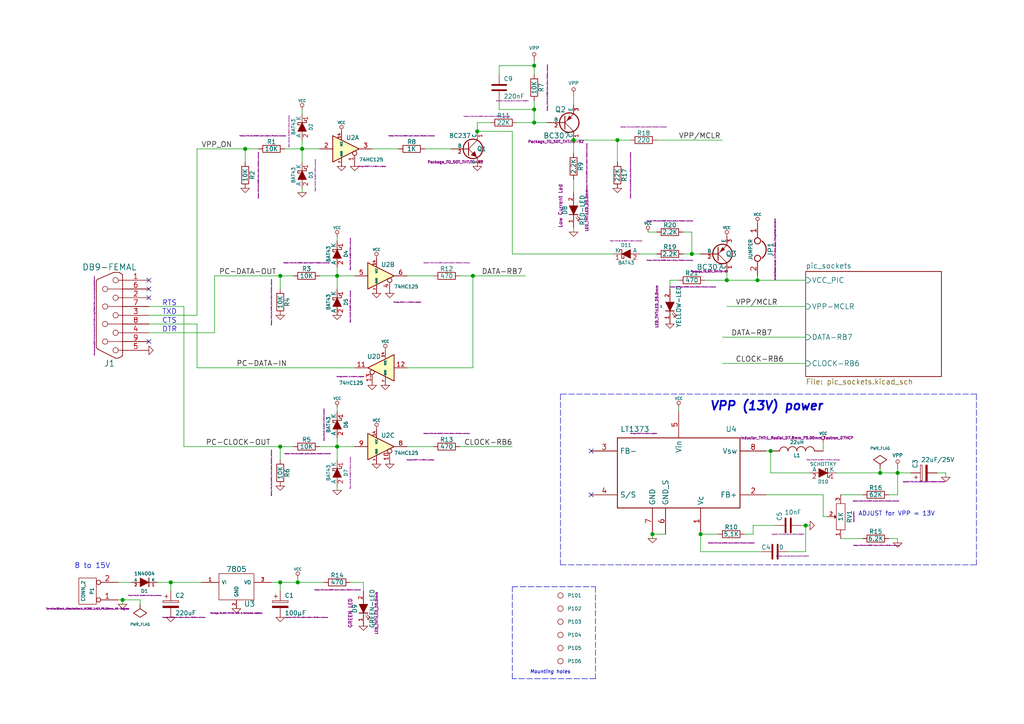
<source format=kicad_sch>
(kicad_sch (version 20250114) (generator "eeschema") (generator_version "9.0")
  (paper "A4")
  (title_block (title "JDM - COM84 PIC Programmer with 13V DC/DC converter") (date "05 jan 2014") (rev "2") (company "KiCad"))
  (lib_symbols
    (symbol "pic_programmer_schlib:74LS125" (pin_names (offset 0.254))
      (property "Reference" "U" (at 5.08 3.81 0))
      (property "Value" "74LS125" (at 7.62 -2.54 0))
      (symbol "74LS125_0_0"
        (pin power_in line (at -1.27 5.08 270) (length 2.54) (name "VCC") (number "14"))
        (pin power_in line (at -1.27 -5.08 90) (length 2.54) (name "GND") (number "7"))
      )
      (symbol "74LS125_1_0"
        (pin input line (at -7.62 0 0) (length 3.81) (name "~") (number "2"))
        (pin input inverted (at 2.54 -5.08 90) (length 4.445) (name "~") (number "1"))
        (pin tri_state line (at 7.62 0 180) (length 3.81) (name "~") (number "3"))
      )
      (symbol "74LS125_2_0"
        (pin input line (at -7.62 0 0) (length 3.81) (name "~") (number "5"))
        (pin input inverted (at 2.54 -5.08 90) (length 4.445) (name "~") (number "4"))
        (pin tri_state line (at 7.62 0 180) (length 3.81) (name "~") (number "6"))
      )
      (symbol "74LS125_3_0"
        (pin input line (at -7.62 0 0) (length 3.81) (name "~") (number "9"))
        (pin input inverted (at 2.54 -5.08 90) (length 4.445) (name "~") (number "10"))
        (pin tri_state line (at 7.62 0 180) (length 3.81) (name "~") (number "8"))
      )
      (symbol "74LS125_4_0"
        (pin input line (at -7.62 0 0) (length 3.81) (name "~") (number "12"))
        (pin input inverted (at 2.54 -5.08 90) (length 4.445) (name "~") (number "13"))
        (pin tri_state line (at 7.62 0 180) (length 3.81) (name "~") (number "11"))
      )
    )
    (symbol "pic_programmer_schlib:7805" (pin_names (offset 0.762))
      (property "Reference" "U" (at 3.81 -4.9784 0))
      (property "Value" "7805" (at 0 5.08 0))
      (symbol "7805_1_1"
        (pin input line (at -10.16 1.27 0) (length 5.08) (name "VI") (number "1"))
        (pin input line (at 0 -6.35 90) (length 2.54) (name "GND") (number "2"))
        (pin power_out line (at 10.16 1.27 180) (length 5.08) (name "VO") (number "3"))
      )
    )
    (symbol "pic_programmer_schlib:BC237" (pin_names (offset 0))
      (property "Reference" "Q" (at 0 -3.81 0))
      (property "Value" "BC237" (at 0 3.81 0))
      (property "Footprint" "Package_TO_SOT_THT:TO-92" (at -2.54 -5.08 0))
      (symbol "BC237_1_1"
        (pin input line (at -5.08 0 0) (length 5.08) (name "B") (number "2"))
        (pin passive line (at 2.54 5.08 270) (length 2.54) (name "C") (number "1"))
        (pin passive line (at 2.54 -5.08 90) (length 2.54) (name "E") (number "3"))
      )
    )
    (symbol "pic_programmer_schlib:BC307" (pin_names (offset 0))
      (property "Reference" "Q" (at -1.27 -3.81 0))
      (property "Value" "BC307" (at 0 3.81 0))
      (property "Footprint" "Package_TO_SOT_THT:TO-92" (at -2.54 -5.08 0))
      (symbol "BC307_1_1"
        (pin input line (at -5.08 0 0) (length 5.08) (name "B") (number "2"))
        (pin passive line (at 2.54 5.08 270) (length 2.54) (name "C") (number "1"))
        (pin passive line (at 2.54 -5.08 90) (length 2.54) (name "E") (number "3"))
      )
    )
    (symbol "pic_programmer_schlib:C" (pin_numbers (hide yes)) (pin_names (offset 0.254))
      (property "Reference" "C" (at 0.635 2.54 0))
      (property "Value" "C" (at 0.635 -2.54 0))
      (symbol "C_1_1"
        (pin passive line (at 0 3.81 270) (length 2.794) (name "~") (number "1"))
        (pin passive line (at 0 -3.81 90) (length 2.794) (name "~") (number "2"))
      )
    )
    (symbol "pic_programmer_schlib:CONN_2" (pin_names (offset 1.016) (hide yes))
      (property "Reference" "P" (at -1.27 0 90))
      (property "Value" "CONN_2" (at 1.27 0 90))
      (symbol "CONN_2_1_1"
        (pin passive inverted (at -8.89 2.54 0) (length 6.35) (name "P1") (number "1"))
        (pin passive inverted (at -8.89 -2.54 0) (length 6.35) (name "PM") (number "2"))
      )
    )
    (symbol "pic_programmer_schlib:CP" (pin_numbers (hide yes)) (pin_names (offset 0.254))
      (property "Reference" "C" (at 0.635 2.54 0))
      (property "Value" "CP" (at 0.635 -2.54 0))
      (symbol "CP_1_1"
        (pin passive line (at 0 3.81 270) (length 2.794) (name "~") (number "1"))
        (pin passive line (at 0 -3.81 90) (length 2.794) (name "~") (number "2"))
      )
    )
    (symbol "pic_programmer_schlib:D" (pin_names (offset 0))
      (property "Reference" "D" (at 0 2.54 0))
      (property "Value" "D" (at 0 -2.54 0))
      (symbol "D_1_1"
        (pin passive line (at -3.81 0 0) (length 2.54) (name "K") (number "1"))
        (pin passive line (at 3.81 0 180) (length 2.54) (name "A") (number "2"))
      )
    )
    (symbol "pic_programmer_schlib:DB9" (pin_names (offset 1.016) (hide yes))
      (property "Reference" "J" (at 0 13.97 0))
      (property "Value" "DB9" (at 0 -13.97 0))
      (symbol "DB9_1_1"
        (pin passive line (at -11.43 10.16 0) (length 7.62) (name "5") (number "5"))
        (pin passive line (at -11.43 7.62 0) (length 7.62) (name "P9") (number "9"))
        (pin passive line (at -11.43 5.08 0) (length 7.62) (name "4") (number "4"))
        (pin passive line (at -11.43 2.54 0) (length 7.62) (name "P8") (number "8"))
        (pin passive line (at -11.43 0 0) (length 7.62) (name "3") (number "3"))
        (pin passive line (at -11.43 -2.54 0) (length 7.62) (name "P7") (number "7"))
        (pin passive line (at -11.43 -5.08 0) (length 7.62) (name "2") (number "2"))
        (pin passive line (at -11.43 -7.62 0) (length 7.62) (name "P6") (number "6"))
        (pin passive line (at -11.43 -10.16 0) (length 7.62) (name "1") (number "1"))
      )
    )
    (symbol "pic_programmer_schlib:D_Schottky" (pin_names (offset 0))
      (property "Reference" "D" (at 0 2.54 0))
      (property "Value" "D_Schottky" (at 0 -2.54 0))
      (symbol "D_Schottky_1_1"
        (pin passive line (at -3.81 0 0) (length 2.54) (name "K") (number "1"))
        (pin passive line (at 3.81 0 180) (length 2.54) (name "A") (number "2"))
      )
    )
    (symbol "pic_programmer_schlib:GND" (power) (pin_names (offset 0))
      (symbol "GND_1_1"
        (pin power_in line (at 0 0 90) (length 0) (hide yes) (name "GND") (number "1"))
      )
    )
    (symbol "pic_programmer_schlib:INDUCTOR" (pin_numbers (hide yes)) (pin_names (offset 1.016) (hide yes))
      (property "Reference" "L" (at -1.27 0 90))
      (property "Value" "INDUCTOR" (at 2.54 0 90))
      (symbol "INDUCTOR_1_1"
        (pin passive line (at 0 7.62 270) (length 2.54) (name "1") (number "1"))
        (pin passive line (at 0 -7.62 90) (length 2.54) (name "2") (number "2"))
      )
    )
    (symbol "pic_programmer_schlib:JUMPER" (pin_names (offset 0.762) (hide yes))
      (property "Reference" "JP" (at 0 3.81 0))
      (property "Value" "JUMPER" (at 0 -2.032 0))
      (symbol "JUMPER_0_1"
        (pin passive line (at -7.62 0 0) (length 4.191) (name "1") (number "1"))
        (pin passive line (at 7.62 0 180) (length 4.191) (name "2") (number "2"))
      )
    )
    (symbol "pic_programmer_schlib:LED" (pin_names (offset 1.016) (hide yes))
      (property "Reference" "D" (at 0 2.54 0))
      (property "Value" "LED" (at 0 -2.54 0))
      (symbol "LED_1_1"
        (pin passive line (at -5.08 0 0) (length 3.81) (name "K") (number "1"))
        (pin passive line (at 5.08 0 180) (length 3.81) (name "A") (number "2"))
      )
    )
    (symbol "pic_programmer_schlib:LT1373" (pin_names (offset 0.762))
      (property "Reference" "U" (at 15.24 12.7 0))
      (property "Value" "LT1373" (at -12.7 12.7 0))
      (symbol "LT1373_1_1"
        (pin passive line (at -25.4 6.35 0) (length 7.62) (name "FB-") (number "3"))
        (pin passive line (at -25.4 -6.35 0) (length 7.62) (name "S/S") (number "4"))
        (pin input line (at -7.62 -17.78 90) (length 7.62) (name "GND") (number "7"))
        (pin input line (at -3.81 -17.78 90) (length 7.62) (name "GND_S") (number "6"))
        (pin power_in line (at 0 17.78 270) (length 7.62) (name "Vin") (number "5"))
        (pin input line (at 6.35 -17.78 90) (length 7.62) (name "Vc") (number "1"))
        (pin input line (at 25.4 6.35 180) (length 7.62) (name "Vsw") (number "8"))
        (pin input line (at 25.4 -6.35 180) (length 7.62) (name "FB+") (number "2"))
      )
    )
    (symbol "pic_programmer_schlib:MOUNTING_HOLE" (pin_numbers (hide yes)) (pin_names (offset 0.762) (hide yes))
      (property "Reference" "P" (at 2.032 0 0))
    )
    (symbol "pic_programmer_schlib:POT" (pin_names (offset 1.016) (hide yes))
      (property "Reference" "RV" (at 0 -2.54 0))
      (property "Value" "POT" (at 0 0 0))
      (symbol "POT_1_1"
        (pin passive line (at -6.35 0 0) (length 2.54) (name "1") (number "1"))
        (pin passive line (at 0 3.81 270) (length 2.032) (name "2") (number "2"))
        (pin passive line (at 6.35 0 180) (length 2.54) (name "3") (number "3"))
      )
    )
    (symbol "pic_programmer_schlib:PWR_FLAG" (power) (pin_numbers (hide yes)) (pin_names (offset 0) (hide yes))
      (property "Value" "PWR_FLAG" (at 0 4.572 0))
      (symbol "PWR_FLAG_0_0"
        (pin power_out line (at 0 0 90) (length 0) (name "pwr") (number "1"))
      )
    )
    (symbol "pic_programmer_schlib:R" (pin_numbers (hide yes)) (pin_names (offset 0))
      (property "Reference" "R" (at 2.032 0 90))
      (property "Value" "R" (at 0 0 90))
      (symbol "R_1_1"
        (pin passive line (at 0 3.81 270) (length 1.27) (name "~") (number "1"))
        (pin passive line (at 0 -3.81 90) (length 1.27) (name "~") (number "2"))
      )
    )
    (symbol "pic_programmer_schlib:VCC" (power) (pin_names (offset 0))
      (property "Value" "VCC" (at 0 2.54 0))
      (symbol "VCC_0_0"
        (pin power_in line (at 0 0 90) (length 0) (hide yes) (name "VCC") (number "1"))
      )
    )
    (symbol "pic_programmer_schlib:VPP" (pin_names (offset 0))
      (property "Value" "VPP" (at 0 3.81 0))
      (symbol "VPP_0_0"
        (pin power_in line (at 0 0 90) (length 0) (hide yes) (name "VPP") (number "1"))
      )
    )
  )
  (text "ADJUST for VPP = 13V" (at 248.92 149.86 0) (effects (font (size 1.27 1.27)) (justify left bottom)))
  (text "8 to 15V" (at 21.59 165.1 0) (effects (font (size 1.524 1.524)) (justify left bottom)))
  (text "VPP (13V) power" (at 205.74 119.38 0) (effects (font (size 2.54 2.54) (thickness 0.508) (bold yes) (italic yes)) (justify left bottom)))
  (text "RTS" (at 46.99 88.9 0) (effects (font (size 1.524 1.524)) (justify left bottom)))
  (text "TXD" (at 46.99 91.44 0) (effects (font (size 1.524 1.524)) (justify left bottom)))
  (text "CTS" (at 46.99 93.98 0) (effects (font (size 1.524 1.524)) (justify left bottom)))
  (text "DTR" (at 46.99 96.52 0) (effects (font (size 1.524 1.524)) (justify left bottom)))
  (text "Mounting holes" (at 153.67 195.58 0) (effects (font (size 1.016 1.016) (italic yes)) (justify left bottom)))
  (junction (at 81.28 80.01) (diameter 1.016))
  (junction (at 97.79 129.54) (diameter 1.016))
  (junction (at 179.07 40.64) (diameter 1.016))
  (junction (at 35.56 173.99) (diameter 1.016))
  (junction (at 255.27 137.16) (diameter 1.016))
  (junction (at 71.12 43.18) (diameter 1.016))
  (junction (at 260.35 137.16) (diameter 1.016))
  (junction (at 154.94 31.75) (diameter 1.016))
  (junction (at 87.63 43.18) (diameter 1.016))
  (junction (at 166.37 40.64) (diameter 1.016))
  (junction (at 203.2 154.94) (diameter 1.016))
  (junction (at 81.28 168.91) (diameter 1.016))
  (junction (at 86.36 168.91) (diameter 1.016))
  (junction (at 137.16 80.01) (diameter 1.016))
  (junction (at 223.52 130.81) (diameter 1.016))
  (junction (at 49.53 168.91) (diameter 1.016))
  (junction (at 97.79 80.01) (diameter 1.016))
  (junction (at 138.43 38.1) (diameter 1.016))
  (junction (at 154.94 35.56) (diameter 1.016))
  (junction (at 81.28 129.54) (diameter 1.016))
  (junction (at 219.71 81.28) (diameter 1.016))
  (junction (at 189.23 154.94) (diameter 1.016))
  (junction (at 200.66 73.66) (diameter 1.016))
  (junction (at 210.82 81.28) (diameter 1.016))
  (junction (at 233.68 152.4) (diameter 1.016))
  (junction (at 154.94 19.05) (diameter 1.016))
  (no_connect (at 171.45 130.81))
  (no_connect (at 43.18 81.28))
  (no_connect (at 43.18 86.36))
  (no_connect (at 43.18 99.06))
  (no_connect (at 43.18 83.82))
  (no_connect (at 171.45 143.51))
  (wire (pts (xy 87.63 43.18) (xy 87.63 46.99)))
  (polyline (pts (xy 172.72 196.85) (xy 148.59 196.85)) (stroke (width 0) (type dash)))
  (wire (pts (xy 97.79 129.54) (xy 102.87 129.54)))
  (wire (pts (xy 102.87 106.68) (xy 57.15 106.68)))
  (wire (pts (xy 250.19 156.21) (xy 243.84 156.21)))
  (wire (pts (xy 105.41 168.91) (xy 101.6 168.91)))
  (wire (pts (xy 57.15 106.68) (xy 57.15 93.98)))
  (wire (pts (xy 250.19 143.51) (xy 243.84 143.51)))
  (wire (pts (xy 38.1 168.91) (xy 34.29 168.91)))
  (wire (pts (xy 234.95 137.16) (xy 223.52 137.16)))
  (wire (pts (xy 166.37 66.04) (xy 166.37 67.31)))
  (wire (pts (xy 133.35 80.01) (xy 137.16 80.01)))
  (wire (pts (xy 260.35 137.16) (xy 260.35 143.51)))
  (wire (pts (xy 208.28 154.94) (xy 203.2 154.94)))
  (wire (pts (xy 138.43 35.56) (xy 142.24 35.56)))
  (wire (pts (xy 255.27 137.16) (xy 260.35 137.16)))
  (wire (pts (xy 260.35 156.21) (xy 260.35 157.48)))
  (wire (pts (xy 200.66 73.66) (xy 200.66 67.31)))
  (wire (pts (xy 92.71 129.54) (xy 97.79 129.54)))
  (wire (pts (xy 200.66 67.31) (xy 198.12 67.31)))
  (wire (pts (xy 130.81 43.18) (xy 123.19 43.18)))
  (wire (pts (xy 97.79 68.58) (xy 97.79 69.85)))
  (wire (pts (xy 86.36 168.91) (xy 86.36 167.64)))
  (wire (pts (xy 35.56 173.99) (xy 40.64 173.99)))
  (wire (pts (xy 274.32 137.16) (xy 274.32 138.43)))
  (wire (pts (xy 179.07 46.99) (xy 179.07 40.64)))
  (wire (pts (xy 232.41 152.4) (xy 233.68 152.4)))
  (wire (pts (xy 271.78 137.16) (xy 274.32 137.16)))
  (wire (pts (xy 189.23 154.94) (xy 193.04 154.94)))
  (wire (pts (xy 198.12 73.66) (xy 200.66 73.66)))
  (wire (pts (xy 43.18 93.98) (xy 57.15 93.98)))
  (wire (pts (xy 138.43 35.56) (xy 138.43 38.1)))
  (wire (pts (xy 144.78 19.05) (xy 154.94 19.05)))
  (wire (pts (xy 57.15 91.44) (xy 43.18 91.44)))
  (wire (pts (xy 233.68 152.4) (xy 234.95 152.4)))
  (wire (pts (xy 81.28 80.01) (xy 85.09 80.01)))
  (wire (pts (xy 138.43 38.1) (xy 148.59 38.1)))
  (wire (pts (xy 148.59 73.66) (xy 177.8 73.66)))
  (wire (pts (xy 35.56 175.26) (xy 35.56 173.99)))
  (wire (pts (xy 137.16 80.01) (xy 152.4 80.01)))
  (wire (pts (xy 81.28 168.91) (xy 86.36 168.91)))
  (wire (pts (xy 238.76 149.86) (xy 238.76 143.51)))
  (wire (pts (xy 118.11 80.01) (xy 125.73 80.01)))
  (wire (pts (xy 204.47 81.28) (xy 210.82 81.28)))
  (wire (pts (xy 49.53 171.45) (xy 49.53 168.91)))
  (wire (pts (xy 210.82 81.28) (xy 210.82 78.74)))
  (wire (pts (xy 53.34 129.54) (xy 81.28 129.54)))
  (wire (pts (xy 78.74 168.91) (xy 81.28 168.91)))
  (wire (pts (xy 190.5 40.64) (xy 209.55 40.64)))
  (wire (pts (xy 154.94 29.21) (xy 154.94 31.75)))
  (wire (pts (xy 148.59 38.1) (xy 148.59 73.66)))
  (wire (pts (xy 210.82 81.28) (xy 219.71 81.28)))
  (wire (pts (xy 87.63 54.61) (xy 87.63 55.88)))
  (wire (pts (xy 187.96 67.31) (xy 190.5 67.31)))
  (wire (pts (xy 240.03 149.86) (xy 238.76 149.86)))
  (wire (pts (xy 194.31 83.82) (xy 194.31 81.28)))
  (wire (pts (xy 189.23 156.21) (xy 189.23 154.94)))
  (wire (pts (xy 115.57 43.18) (xy 107.95 43.18)))
  (wire (pts (xy 238.76 128.27) (xy 238.76 130.81)))
  (wire (pts (xy 34.29 173.99) (xy 35.56 173.99)))
  (wire (pts (xy 228.6 160.02) (xy 233.68 160.02)))
  (polyline (pts (xy 283.21 114.3) (xy 283.21 163.83)) (stroke (width 0) (type dash)))
  (wire (pts (xy 71.12 43.18) (xy 74.93 43.18)))
  (wire (pts (xy 260.35 137.16) (xy 264.16 137.16)))
  (wire (pts (xy 203.2 160.02) (xy 220.98 160.02)))
  (wire (pts (xy 166.37 30.48) (xy 166.37 27.94)))
  (wire (pts (xy 86.36 168.91) (xy 93.98 168.91)))
  (wire (pts (xy 219.71 81.28) (xy 233.68 81.28)))
  (wire (pts (xy 97.79 77.47) (xy 97.79 80.01)))
  (wire (pts (xy 57.15 43.18) (xy 71.12 43.18)))
  (wire (pts (xy 260.35 156.21) (xy 257.81 156.21)))
  (wire (pts (xy 233.68 160.02) (xy 233.68 152.4)))
  (wire (pts (xy 62.23 96.52) (xy 62.23 80.01)))
  (wire (pts (xy 53.34 88.9) (xy 43.18 88.9)))
  (wire (pts (xy 62.23 96.52) (xy 43.18 96.52)))
  (wire (pts (xy 210.82 88.9) (xy 233.68 88.9)))
  (wire (pts (xy 154.94 31.75) (xy 154.94 35.56)))
  (polyline (pts (xy 148.59 196.85) (xy 148.59 170.18)) (stroke (width 0) (type dash)))
  (wire (pts (xy 149.86 35.56) (xy 154.94 35.56)))
  (wire (pts (xy 87.63 33.02) (xy 87.63 31.75)))
  (wire (pts (xy 137.16 106.68) (xy 137.16 80.01)))
  (wire (pts (xy 218.44 152.4) (xy 218.44 154.94)))
  (wire (pts (xy 144.78 19.05) (xy 144.78 21.59)))
  (wire (pts (xy 57.15 43.18) (xy 57.15 91.44)))
  (wire (pts (xy 200.66 73.66) (xy 203.2 73.66)))
  (wire (pts (xy 144.78 31.75) (xy 154.94 31.75)))
  (wire (pts (xy 45.72 168.91) (xy 49.53 168.91)))
  (polyline (pts (xy 172.72 170.18) (xy 172.72 196.85)) (stroke (width 0) (type dash)))
  (wire (pts (xy 219.71 81.28) (xy 219.71 80.01)))
  (wire (pts (xy 223.52 137.16) (xy 223.52 130.81)))
  (wire (pts (xy 81.28 129.54) (xy 85.09 129.54)))
  (wire (pts (xy 148.59 129.54) (xy 133.35 129.54)))
  (wire (pts (xy 97.79 80.01) (xy 97.79 83.82)))
  (wire (pts (xy 97.79 80.01) (xy 102.87 80.01)))
  (wire (pts (xy 154.94 17.78) (xy 154.94 19.05)))
  (wire (pts (xy 166.37 40.64) (xy 179.07 40.64)))
  (wire (pts (xy 203.2 154.94) (xy 203.2 160.02)))
  (wire (pts (xy 87.63 43.18) (xy 92.71 43.18)))
  (wire (pts (xy 260.35 143.51) (xy 257.81 143.51)))
  (wire (pts (xy 194.31 81.28) (xy 196.85 81.28)))
  (wire (pts (xy 166.37 40.64) (xy 166.37 44.45)))
  (wire (pts (xy 179.07 40.64) (xy 182.88 40.64)))
  (wire (pts (xy 105.41 171.45) (xy 105.41 168.91)))
  (wire (pts (xy 81.28 133.35) (xy 81.28 129.54)))
  (polyline (pts (xy 162.56 163.83) (xy 283.21 163.83)) (stroke (width 0) (type dash)))
  (wire (pts (xy 260.35 135.89) (xy 260.35 137.16)))
  (wire (pts (xy 53.34 129.54) (xy 53.34 88.9)))
  (wire (pts (xy 81.28 83.82) (xy 81.28 80.01)))
  (wire (pts (xy 154.94 35.56) (xy 158.75 35.56)))
  (wire (pts (xy 62.23 80.01) (xy 81.28 80.01)))
  (wire (pts (xy 87.63 40.64) (xy 87.63 43.18)))
  (wire (pts (xy 190.5 73.66) (xy 185.42 73.66)))
  (wire (pts (xy 81.28 168.91) (xy 81.28 171.45)))
  (wire (pts (xy 224.79 152.4) (xy 218.44 152.4)))
  (wire (pts (xy 255.27 135.89) (xy 255.27 137.16)))
  (polyline (pts (xy 162.56 114.3) (xy 162.56 163.83)) (stroke (width 0) (type dash)))
  (wire (pts (xy 97.79 142.24) (xy 97.79 140.97)))
  (wire (pts (xy 233.68 97.79) (xy 209.55 97.79)))
  (wire (pts (xy 144.78 29.21) (xy 144.78 31.75)))
  (wire (pts (xy 118.11 106.68) (xy 137.16 106.68)))
  (wire (pts (xy 92.71 80.01) (xy 97.79 80.01)))
  (wire (pts (xy 82.55 43.18) (xy 87.63 43.18)))
  (wire (pts (xy 218.44 154.94) (xy 215.9 154.94)))
  (wire (pts (xy 166.37 52.07) (xy 166.37 55.88)))
  (wire (pts (xy 40.64 173.99) (xy 40.64 175.26)))
  (wire (pts (xy 125.73 129.54) (xy 118.11 129.54)))
  (wire (pts (xy 97.79 119.38) (xy 97.79 118.11)))
  (polyline (pts (xy 148.59 170.18) (xy 172.72 170.18)) (stroke (width 0) (type dash)))
  (wire (pts (xy 97.79 129.54) (xy 97.79 133.35)))
  (wire (pts (xy 97.79 127) (xy 97.79 129.54)))
  (wire (pts (xy 196.85 119.38) (xy 196.85 118.11)))
  (wire (pts (xy 233.68 105.41) (xy 209.55 105.41)))
  (wire (pts (xy 242.57 137.16) (xy 255.27 137.16)))
  (wire (pts (xy 154.94 19.05) (xy 154.94 21.59)))
  (wire (pts (xy 223.52 130.81) (xy 222.25 130.81)))
  (wire (pts (xy 49.53 168.91) (xy 58.42 168.91)))
  (wire (pts (xy 71.12 46.99) (xy 71.12 43.18)))
  (wire (pts (xy 238.76 143.51) (xy 222.25 143.51)))
  (polyline (pts (xy 283.21 114.3) (xy 162.56 114.3)) (stroke (width 0) (type dash)))
  (label "DATA-RB7" (at 139.7 80.01 0) (effects (font (size 1.524 1.524))))
  (label "CLOCK-RB6" (at 134.62 129.54 0) (effects (font (size 1.524 1.524))))
  (label "PC-DATA-IN" (at 68.58 106.68 0) (effects (font (size 1.524 1.524))))
  (label "CLOCK-RB6" (at 213.36 105.41 0) (effects (font (size 1.524 1.524))))
  (label "PC-DATA-OUT" (at 63.5 80.01 0) (effects (font (size 1.524 1.524))))
  (label "VPP/MCLR" (at 196.85 40.64 0) (effects (font (size 1.524 1.524))))
  (label "VPP_ON" (at 58.42 43.18 0) (effects (font (size 1.524 1.524))))
  (label "PC-CLOCK-OUT" (at 59.69 129.54 0) (effects (font (size 1.524 1.524))))
  (label "VPP/MCLR" (at 213.36 88.9 0) (effects (font (size 1.524 1.524))))
  (label "DATA-RB7" (at 212.09 97.79 0) (effects (font (size 1.524 1.524))))
  (symbol (lib_id "pic_programmer_schlib:DB9") (at 31.75 91.44 180) (unit 1)
    (property "Reference" "J1" (at 31.75 105.41 0) (effects (font (size 1.778 1.778))))
    (property "Value" "DB9-FEMAL" (at 31.75 77.47 0) (effects (font (size 1.778 1.778))))
    (property "Footprint" "Connector_Dsub:DSUB-9_Female_Horizontal_P2.77x2.84mm_EdgePinOffset7.70mm_Housed_MountingHolesOffset9.12mm" (at 27.3812 91.5416 90) (effects (font (size 0.254 0.254))))
  )
  (symbol (lib_id "pic_programmer_schlib:74LS125") (at 100.33 43.18 0) (unit 1)
    (property "Reference" "U2" (at 100.33 40.64 0) (effects (justify left bottom)))
    (property "Value" "74HC125" (at 104.14 45.72 0) (effects (font (size 1.016 1.016)) (justify left top)))
    (property "Footprint" "Package_DIP:DIP-14_W7.62mm_LongPads" (at 107.95 48.26 0) (effects (font (size 0.254 0.254))))
  )
  (symbol (lib_id "pic_programmer_schlib:R") (at 78.74 43.18 90) (unit 1)
    (property "Reference" "R1" (at 78.74 41.148 90))
    (property "Value" "10K" (at 78.74 43.18 90))
    (property "Footprint" "Resistor_THT:R_Axial_DIN0207_L6.3mm_D2.5mm_P10.16mm_Horizontal" (at 76.2 39.37 90) (effects (font (size 0.254 0.254))))
  )
  (symbol (lib_id "pic_programmer_schlib:R") (at 71.12 50.8 0) (unit 1)
    (property "Reference" "R2" (at 73.152 50.8 90))
    (property "Value" "10K" (at 71.12 50.8 90))
    (property "Footprint" "Resistor_THT:R_Axial_DIN0207_L6.3mm_D2.5mm_P10.16mm_Horizontal" (at 74.93 50.8 90) (effects (font (size 0.254 0.254))))
  )
  (symbol (lib_id "pic_programmer_schlib:D_Schottky") (at 87.63 36.83 270) (unit 1)
    (property "Reference" "D2" (at 90.17 36.83 0) (effects (font (size 1.016 1.016))))
    (property "Value" "BAT43" (at 85.09 36.83 0) (effects (font (size 1.016 1.016))))
    (property "Footprint" "Diode_THT:D_DO-35_SOD27_P7.62mm_Horizontal" (at 83.82 38.1 0) (effects (font (size 0.254 0.254))))
  )
  (symbol (lib_id "pic_programmer_schlib:D_Schottky") (at 87.63 50.8 270) (unit 1)
    (property "Reference" "D3" (at 90.17 50.8 0) (effects (font (size 1.016 1.016))))
    (property "Value" "BAT43" (at 85.09 50.8 0) (effects (font (size 1.016 1.016))))
    (property "Footprint" "Diode_THT:D_DO-35_SOD27_P7.62mm_Horizontal" (at 91.44 50.8 0) (effects (font (size 0.254 0.254))))
  )
  (symbol (lib_id "pic_programmer_schlib:GND") (at 102.87 48.26 0) (unit 1)
    (property "Reference" "#PWR035" (effects (hide yes)))
    (property "Value" "GND" (effects (hide yes)))
  )
  (symbol (lib_id "pic_programmer_schlib:GND") (at 87.63 55.88 0) (unit 1)
    (property "Reference" "#PWR034" (effects (hide yes)))
    (property "Value" "GND" (effects (hide yes)))
  )
  (symbol (lib_id "pic_programmer_schlib:VCC") (at 87.63 31.75 0) (unit 1)
    (property "Reference" "#PWR033" (effects (hide yes)))
    (property "Value" "VCC" (at 87.63 29.21 0) (effects (font (size 0.762 0.762))))
  )
  (symbol (lib_id "pic_programmer_schlib:74LS125") (at 110.49 80.01 0) (unit 2)
    (property "Reference" "U2" (at 110.49 77.47 0) (effects (justify left bottom)))
    (property "Value" "74HC125" (at 114.3 82.55 0) (effects (font (size 1.016 1.016)) (justify left top)))
    (property "Footprint" "Package_DIP:DIP-14_W7.62mm_LongPads" (at 118.11 87.63 0) (effects (font (size 0.254 0.254))))
  )
  (symbol (lib_id "pic_programmer_schlib:R") (at 88.9 80.01 90) (unit 1)
    (property "Reference" "R3" (at 88.9 77.978 90))
    (property "Value" "10K" (at 88.9 80.01 90))
    (property "Footprint" "Resistor_THT:R_Axial_DIN0207_L6.3mm_D2.5mm_P10.16mm_Horizontal" (at 88.9 76.2 90) (effects (font (size 0.254 0.254))))
  )
  (symbol (lib_id "pic_programmer_schlib:R") (at 81.28 87.63 0) (unit 1)
    (property "Reference" "R4" (at 83.312 87.63 90))
    (property "Value" "10K" (at 81.28 87.63 90))
    (property "Footprint" "Resistor_THT:R_Axial_DIN0207_L6.3mm_D2.5mm_P10.16mm_Horizontal" (at 78.74 87.63 90) (effects (font (size 0.254 0.254))))
  )
  (symbol (lib_id "pic_programmer_schlib:D_Schottky") (at 97.79 73.66 270) (unit 1)
    (property "Reference" "D4" (at 100.33 73.66 0) (effects (font (size 1.016 1.016))))
    (property "Value" "BAT43" (at 95.25 73.66 0) (effects (font (size 1.016 1.016))))
    (property "Footprint" "Diode_THT:D_DO-35_SOD27_P7.62mm_Horizontal" (at 101.6 73.66 0) (effects (font (size 0.254 0.254))))
  )
  (symbol (lib_id "pic_programmer_schlib:D_Schottky") (at 97.79 87.63 270) (unit 1)
    (property "Reference" "D5" (at 100.33 87.63 0) (effects (font (size 1.016 1.016))))
    (property "Value" "BAT43" (at 95.25 87.63 0) (effects (font (size 1.016 1.016))))
    (property "Footprint" "Diode_THT:D_DO-35_SOD27_P7.62mm_Horizontal" (at 101.6 88.9 0) (effects (font (size 0.254 0.254))))
  )
  (symbol (lib_id "pic_programmer_schlib:GND") (at 113.03 85.09 0) (unit 1)
    (property "Reference" "#PWR032" (effects (hide yes)))
    (property "Value" "GND" (effects (hide yes)))
  )
  (symbol (lib_id "pic_programmer_schlib:GND") (at 97.79 91.44 0) (unit 1)
    (property "Reference" "#PWR031" (effects (hide yes)))
    (property "Value" "GND" (effects (hide yes)))
  )
  (symbol (lib_id "pic_programmer_schlib:VCC") (at 97.79 68.58 0) (unit 1)
    (property "Reference" "#PWR030" (effects (hide yes)))
    (property "Value" "VCC" (at 97.79 66.04 0) (effects (font (size 0.762 0.762))))
  )
  (symbol (lib_id "pic_programmer_schlib:74LS125") (at 110.49 129.54 0) (unit 3)
    (property "Reference" "U2" (at 110.49 127 0) (effects (justify left bottom)))
    (property "Value" "74HC125" (at 114.3 130.81 0) (effects (font (size 1.016 1.016)) (justify left top)))
    (property "Footprint" "Package_DIP:DIP-14_W7.62mm_LongPads" (at 121.92 133.35 0) (effects (font (size 0.254 0.254))))
  )
  (symbol (lib_id "pic_programmer_schlib:R") (at 88.9 129.54 90) (unit 1)
    (property "Reference" "R5" (at 88.9 127.508 90))
    (property "Value" "10K" (at 88.9 129.54 90))
    (property "Footprint" "Resistor_THT:R_Axial_DIN0207_L6.3mm_D2.5mm_P10.16mm_Horizontal" (at 89.2048 131.572 90) (effects (font (size 0.254 0.254))))
  )
  (symbol (lib_id "pic_programmer_schlib:R") (at 81.28 137.16 0) (unit 1)
    (property "Reference" "R6" (at 83.312 137.16 90))
    (property "Value" "10K" (at 81.28 137.16 90))
    (property "Footprint" "Resistor_THT:R_Axial_DIN0207_L6.3mm_D2.5mm_P10.16mm_Horizontal" (at 78.74 137.16 90) (effects (font (size 0.254 0.254))))
  )
  (symbol (lib_id "pic_programmer_schlib:D_Schottky") (at 97.79 123.19 270) (unit 1)
    (property "Reference" "D6" (at 100.33 123.19 0) (effects (font (size 1.016 1.016))))
    (property "Value" "BAT43" (at 95.25 123.19 0) (effects (font (size 1.016 1.016))))
    (property "Footprint" "Diode_THT:D_DO-35_SOD27_P7.62mm_Horizontal" (at 93.98 123.19 0) (effects (font (size 0.254 0.254))))
  )
  (symbol (lib_id "pic_programmer_schlib:D_Schottky") (at 97.79 137.16 270) (unit 1)
    (property "Reference" "D7" (at 100.33 137.16 0) (effects (font (size 1.016 1.016))))
    (property "Value" "BAT43" (at 95.25 137.16 0) (effects (font (size 1.016 1.016))))
    (property "Footprint" "Diode_THT:D_DO-35_SOD27_P7.62mm_Horizontal" (at 101.6 137.16 0) (effects (font (size 0.254 0.254))))
  )
  (symbol (lib_id "pic_programmer_schlib:GND") (at 113.03 134.62 0) (unit 1)
    (property "Reference" "#PWR029" (effects (hide yes)))
    (property "Value" "GND" (effects (hide yes)))
  )
  (symbol (lib_id "pic_programmer_schlib:GND") (at 97.79 142.24 0) (unit 1)
    (property "Reference" "#PWR028" (effects (hide yes)))
    (property "Value" "GND" (effects (hide yes)))
  )
  (symbol (lib_id "pic_programmer_schlib:VCC") (at 97.79 118.11 0) (unit 1)
    (property "Reference" "#PWR027" (effects (hide yes)))
    (property "Value" "VCC" (at 97.79 115.57 0) (effects (font (size 0.762 0.762))))
  )
  (symbol (lib_id "pic_programmer_schlib:74LS125") (at 110.49 106.68 0) (mirror y) (unit 4)
    (property "Reference" "U2" (at 110.49 104.14 0) (effects (justify left bottom)))
    (property "Value" "74HC125" (at 105.41 110.49 0) (effects (font (size 1.016 1.016)) (justify left top)))
    (property "Footprint" "Package_DIP:DIP-14_W7.62mm_LongPads" (at 101.6 109.22 0) (effects (font (size 0.254 0.254))))
  )
  (symbol (lib_id "pic_programmer_schlib:GND") (at 107.95 111.76 0) (unit 1)
    (property "Reference" "#PWR026" (effects (hide yes)))
    (property "Value" "GND" (effects (hide yes)))
  )
  (symbol (lib_id "pic_programmer_schlib:R") (at 129.54 80.01 90) (unit 1)
    (property "Reference" "R12" (at 129.54 77.978 90))
    (property "Value" "470" (at 129.54 80.01 90))
    (property "Footprint" "Resistor_THT:R_Axial_DIN0207_L6.3mm_D2.5mm_P10.16mm_Horizontal" (at 129.54 76.2 90) (effects (font (size 0.254 0.254))))
  )
  (symbol (lib_id "pic_programmer_schlib:R") (at 129.54 129.54 90) (unit 1)
    (property "Reference" "R13" (at 129.54 127.508 90))
    (property "Value" "470" (at 129.54 129.54 90))
    (property "Footprint" "Resistor_THT:R_Axial_DIN0207_L6.3mm_D2.5mm_P10.16mm_Horizontal" (at 129.54 125.73 90) (effects (font (size 0.254 0.254))))
  )
  (symbol (lib_id "pic_programmer_schlib:R") (at 119.38 43.18 90) (unit 1)
    (property "Reference" "R8" (at 119.38 41.148 90))
    (property "Value" "1K" (at 119.38 43.18 90))
    (property "Footprint" "Resistor_THT:R_Axial_DIN0207_L6.3mm_D2.5mm_P10.16mm_Horizontal" (at 119.38 39.37 90) (effects (font (size 0.254 0.254))))
  )
  (symbol (lib_id "pic_programmer_schlib:GND") (at 81.28 91.44 0) (unit 1)
    (property "Reference" "#PWR025" (effects (hide yes)))
    (property "Value" "GND" (effects (hide yes)))
  )
  (symbol (lib_id "pic_programmer_schlib:GND") (at 81.28 140.97 0) (unit 1)
    (property "Reference" "#PWR024" (effects (hide yes)))
    (property "Value" "GND" (effects (hide yes)))
  )
  (symbol (lib_id "pic_programmer_schlib:GND") (at 71.12 54.61 0) (unit 1)
    (property "Reference" "#PWR023" (effects (hide yes)))
    (property "Value" "GND" (effects (hide yes)))
  )
  (symbol (lib_id "pic_programmer_schlib:GND") (at 43.18 101.6 90) (unit 1)
    (property "Reference" "#PWR022" (effects (hide yes)))
    (property "Value" "GND" (effects (hide yes)))
  )
  (symbol (lib_id "pic_programmer_schlib:BC237") (at 135.89 43.18 0) (unit 1)
    (property "Reference" "Q1" (at 139.7 43.18 0))
    (property "Value" "BC237" (at 133.4008 39.37 0))
    (property "Footprint" "Package_TO_SOT_THT:TO-92" (at 132.08 46.99 0) (effects (font (size 0.762 0.762))))
  )
  (symbol (lib_id "pic_programmer_schlib:GND") (at 138.43 48.26 0) (unit 1)
    (property "Reference" "#PWR021" (effects (hide yes)))
    (property "Value" "GND" (effects (hide yes)))
  )
  (symbol (lib_id "pic_programmer_schlib:R") (at 146.05 35.56 90) (unit 1)
    (property "Reference" "R11" (at 146.05 33.528 90))
    (property "Value" "22K" (at 146.05 35.56 90))
    (property "Footprint" "Resistor_THT:R_Axial_DIN0207_L6.3mm_D2.5mm_P10.16mm_Horizontal" (at 141.1986 33.7566 90) (effects (font (size 0.254 0.254))))
  )
  (symbol (lib_id "pic_programmer_schlib:R") (at 154.94 25.4 0) (unit 1)
    (property "Reference" "R7" (at 156.972 25.4 90))
    (property "Value" "10K" (at 154.94 25.4 90))
    (property "Footprint" "Resistor_THT:R_Axial_DIN0207_L6.3mm_D2.5mm_P10.16mm_Horizontal" (at 158.75 25.4 90) (effects (font (size 0.254 0.254))))
  )
  (symbol (lib_id "pic_programmer_schlib:BC307") (at 163.83 35.56 0) (mirror x) (unit 1)
    (property "Reference" "Q2" (at 162.56 31.75 0) (effects (font (size 1.524 1.524))))
    (property "Value" "BC307" (at 161.3916 39.37 0) (effects (font (size 1.524 1.524))))
    (property "Footprint" "Package_TO_SOT_THT:TO-92" (at 161.2392 41.0718 0) (effects (font (size 0.762 0.762))))
  )
  (symbol (lib_id "pic_programmer_schlib:VPP") (at 154.94 17.78 0) (unit 1)
    (property "Reference" "#PWR122" (effects (hide yes)))
    (property "Value" "VPP" (at 154.94 13.97 0) (effects (font (size 1.016 1.016))))
  )
  (symbol (lib_id "pic_programmer_schlib:VPP") (at 166.37 27.94 0) (unit 1)
    (property "Reference" "#PWR123" (effects (hide yes)))
    (property "Value" "VPP" (at 166.37 24.13 0) (effects (font (size 1.016 1.016))))
  )
  (symbol (lib_id "pic_programmer_schlib:R") (at 166.37 48.26 0) (unit 1)
    (property "Reference" "R9" (at 168.402 48.26 90))
    (property "Value" "2.2K" (at 166.37 48.26 90))
    (property "Footprint" "Resistor_THT:R_Axial_DIN0207_L6.3mm_D2.5mm_P10.16mm_Horizontal" (at 170.18 48.26 90) (effects (font (size 0.254 0.254))))
  )
  (symbol (lib_id "pic_programmer_schlib:LED") (at 166.37 60.96 90) (unit 1)
    (property "Reference" "D8" (at 163.83 60.96 0))
    (property "Value" "RED-LED" (at 168.91 60.96 0))
    (property "Footprint" "LED_THT:LED_D5.0mm" (at 170.18 60.96 0) (effects (font (size 0.762 0.762))))
    (property "Champ4" "Low Current Led" (at 162.56 59.69 0) (effects (font (size 1.016 1.016))))
  )
  (symbol (lib_id "pic_programmer_schlib:CONN_2") (at 25.4 171.45 180) (unit 1)
    (property "Reference" "P1" (at 26.67 171.45 90) (effects (font (size 1.016 1.016))))
    (property "Value" "CONN_2" (at 24.13 171.45 90) (effects (font (size 1.016 1.016))))
    (property "Footprint" "TerminalBlock_Altech:Altech_AK300_1x02_P5.00mm_45-Degree" (at 25.4 176.53 0) (effects (font (size 0.508 0.508))))
  )
  (symbol (lib_id "pic_programmer_schlib:D") (at 41.91 168.91 180) (unit 1)
    (property "Reference" "D1" (at 41.91 171.45 0) (effects (font (size 1.016 1.016))))
    (property "Value" "1N4004" (at 41.91 166.37 0) (effects (font (size 1.016 1.016))))
    (property "Footprint" "Diode_THT:D_DO-35_SOD27_P12.70mm_Horizontal" (at 42.0116 172.72 0) (effects (font (size 0.254 0.254))))
  )
  (symbol (lib_id "pic_programmer_schlib:GND") (at 35.56 175.26 0) (unit 1)
    (property "Reference" "#PWR020" (effects (hide yes)))
    (property "Value" "GND" (effects (hide yes)))
  )
  (symbol (lib_id "pic_programmer_schlib:CP") (at 49.53 175.26 0) (unit 1)
    (property "Reference" "C2" (at 50.8 172.72 0) (effects (justify left)))
    (property "Value" "220uF" (at 50.8 177.8 0) (effects (justify left)))
    (property "Footprint" "Capacitor_THT:CP_Axial_L18.0mm_D6.5mm_P25.00mm_Horizontal" (at 53.34 179.07 0) (effects (font (size 0.254 0.254))))
  )
  (symbol (lib_id "pic_programmer_schlib:GND") (at 49.53 179.07 0) (unit 1)
    (property "Reference" "#PWR019" (effects (hide yes)))
    (property "Value" "GND" (effects (hide yes)))
  )
  (symbol (lib_id "pic_programmer_schlib:GND") (at 68.58 176.53 0) (unit 1)
    (property "Reference" "#PWR018" (effects (hide yes)))
    (property "Value" "GND" (effects (hide yes)))
  )
  (symbol (lib_id "pic_programmer_schlib:CP") (at 81.28 175.26 0) (unit 1)
    (property "Reference" "C1" (at 82.55 172.72 0) (effects (justify left)))
    (property "Value" "100µF" (at 82.55 177.8 0) (effects (justify left)))
    (property "Footprint" "Capacitor_THT:CP_Axial_L18.0mm_D6.5mm_P25.00mm_Horizontal" (at 88.9 179.07 0) (effects (font (size 0.254 0.254))))
  )
  (symbol (lib_id "pic_programmer_schlib:GND") (at 81.28 179.07 0) (unit 1)
    (property "Reference" "#PWR017" (effects (hide yes)))
    (property "Value" "GND" (effects (hide yes)))
  )
  (symbol (lib_id "pic_programmer_schlib:R") (at 97.79 168.91 90) (unit 1)
    (property "Reference" "R14" (at 97.79 166.878 90))
    (property "Value" "470" (at 97.79 168.91 90))
    (property "Footprint" "Resistor_THT:R_Axial_DIN0207_L6.3mm_D2.5mm_P10.16mm_Horizontal" (at 97.917 171.069 90) (effects (font (size 0.254 0.254))))
  )
  (symbol (lib_id "pic_programmer_schlib:LED") (at 105.41 176.53 90) (unit 1)
    (property "Reference" "D9" (at 102.87 176.53 0))
    (property "Value" "GREEN-LED" (at 107.95 176.53 0))
    (property "Footprint" "LED_THT:LED_D5.0mm" (at 109.22 177.8 0) (effects (font (size 0.762 0.762))))
    (property "Champ4" "GREEN LED" (at 101.6 177.8 0) (effects (font (size 1.016 1.016))))
  )
  (symbol (lib_id "pic_programmer_schlib:GND") (at 105.41 181.61 0) (unit 1)
    (property "Reference" "#PWR016" (effects (hide yes)))
    (property "Value" "GND" (effects (hide yes)))
  )
  (symbol (lib_id "pic_programmer_schlib:VCC") (at 86.36 167.64 0) (unit 1)
    (property "Reference" "#PWR015" (effects (hide yes)))
    (property "Value" "VCC" (at 86.36 165.1 0) (effects (font (size 0.762 0.762))))
  )
  (symbol (lib_id "pic_programmer_schlib:R") (at 179.07 50.8 0) (unit 1)
    (property "Reference" "R17" (at 181.102 50.8 90))
    (property "Value" "22K" (at 179.07 50.8 90))
    (property "Footprint" "Resistor_THT:R_Axial_DIN0207_L6.3mm_D2.5mm_P10.16mm_Horizontal" (at 182.88 50.8 90) (effects (font (size 0.254 0.254))))
  )
  (symbol (lib_id "pic_programmer_schlib:GND") (at 179.07 54.61 0) (unit 1)
    (property "Reference" "#PWR014" (effects (hide yes)))
    (property "Value" "GND" (effects (hide yes)))
  )
  (symbol (lib_id "pic_programmer_schlib:INDUCTOR") (at 231.14 130.81 90) (unit 1)
    (property "Reference" "L1" (at 231.14 132.08 90) (effects (font (size 1.016 1.016))))
    (property "Value" "22uH" (at 231.14 128.27 90) (effects (font (size 1.016 1.016))))
    (property "Footprint" "Inductor_THT:L_Radial_D7.8mm_P5.00mm_Fastron_07HCP" (at 231.14 127 90) (effects (font (size 0.762 0.762))))
  )
  (symbol (lib_id "pic_programmer_schlib:VCC") (at 196.85 118.11 0) (unit 1)
    (property "Reference" "#PWR013" (effects (hide yes)))
    (property "Value" "VCC" (at 196.85 115.57 0) (effects (font (size 0.762 0.762))))
  )
  (symbol (lib_id "pic_programmer_schlib:GND") (at 189.23 156.21 0) (unit 1)
    (property "Reference" "#PWR012" (effects (hide yes)))
    (property "Value" "GND" (effects (hide yes)))
  )
  (symbol (lib_id "pic_programmer_schlib:VPP") (at 260.35 135.89 0) (unit 1)
    (property "Reference" "#PWR134" (effects (hide yes)))
    (property "Value" "VPP" (at 260.35 132.08 0) (effects (font (size 1.016 1.016))))
  )
  (symbol (lib_id "pic_programmer_schlib:CP") (at 267.97 137.16 90) (unit 1)
    (property "Reference" "C3" (at 265.43 135.89 0) (effects (justify left)))
    (property "Value" "22uF/25V" (at 276.86 133.35 90) (effects (justify left)))
    (property "Footprint" "Capacitor_THT:C_Axial_L12.0mm_D6.5mm_P20.00mm_Horizontal" (at 267.97 139.7 90) (effects (font (size 0.254 0.254))))
  )
  (symbol (lib_id "pic_programmer_schlib:GND") (at 274.32 138.43 0) (unit 1)
    (property "Reference" "#PWR011" (effects (hide yes)))
    (property "Value" "GND" (effects (hide yes)))
  )
  (symbol (lib_id "pic_programmer_schlib:VCC") (at 238.76 128.27 0) (unit 1)
    (property "Reference" "#PWR010" (effects (hide yes)))
    (property "Value" "VCC" (at 238.76 125.73 0) (effects (font (size 0.762 0.762))))
  )
  (symbol (lib_id "pic_programmer_schlib:PWR_FLAG") (at 255.27 135.89 0) (unit 1)
    (property "Reference" "#FLG09" (effects (hide yes)))
    (property "Value" "PWR_FLAG" (at 255.27 130.048 0) (effects (font (size 0.762 0.762))))
  )
  (symbol (lib_id "pic_programmer_schlib:C") (at 228.6 152.4 90) (unit 1)
    (property "Reference" "C5" (at 226.06 151.13 0) (effects (justify left)))
    (property "Value" "10nF" (at 232.41 148.59 90) (effects (justify left)))
    (property "Footprint" "Capacitor_THT:C_Disc_D5.1mm_W3.2mm_P5.00mm" (at 228.6 154.94 90) (effects (font (size 0.254 0.254))))
  )
  (symbol (lib_id "pic_programmer_schlib:GND") (at 234.95 152.4 90) (unit 1)
    (property "Reference" "#PWR08" (effects (hide yes)))
    (property "Value" "GND" (effects (hide yes)))
  )
  (symbol (lib_id "pic_programmer_schlib:R") (at 254 156.21 90) (unit 1)
    (property "Reference" "R15" (at 254 154.178 90))
    (property "Value" "6.2K" (at 254 156.21 90))
    (property "Footprint" "Resistor_THT:R_Axial_DIN0207_L6.3mm_D2.5mm_P10.16mm_Horizontal" (at 254.2286 158.1912 90) (effects (font (size 0.254 0.254))))
  )
  (symbol (lib_id "pic_programmer_schlib:R") (at 254 143.51 90) (unit 1)
    (property "Reference" "R16" (at 254 141.478 90))
    (property "Value" "62K" (at 254 143.51 90))
    (property "Footprint" "Resistor_THT:R_Axial_DIN0207_L6.3mm_D2.5mm_P10.16mm_Horizontal" (at 254.0762 145.3134 90) (effects (font (size 0.254 0.254))))
  )
  (symbol (lib_id "pic_programmer_schlib:GND") (at 260.35 157.48 0) (unit 1)
    (property "Reference" "#PWR07" (effects (hide yes)))
    (property "Value" "GND" (effects (hide yes)))
  )
  (symbol (lib_id "pic_programmer_schlib:LT1373") (at 196.85 137.16 0) (unit 1)
    (property "Reference" "U4" (at 212.09 124.46 0) (effects (font (size 1.524 1.524))))
    (property "Value" "LT1373" (at 184.15 124.46 0) (effects (font (size 1.524 1.524))))
    (property "Footprint" "Package_DIP:DIP-8_W7.62mm_LongPads" (at 186.69 125.73 0) (effects (font (size 0.254 0.254))))
  )
  (symbol (lib_id "pic_programmer_schlib:C") (at 224.79 160.02 90) (unit 1)
    (property "Reference" "C4" (at 223.52 158.75 90) (effects (justify left)))
    (property "Value" "0" (at 227.33 158.75 90) (effects (justify left)))
    (property "Footprint" "Capacitor_THT:C_Disc_D5.1mm_W3.2mm_P5.00mm" (at 229.87 161.29 90) (effects (font (size 0.254 0.254))))
  )
  (symbol (lib_id "pic_programmer_schlib:R") (at 212.09 154.94 90) (unit 1)
    (property "Reference" "R10" (at 212.09 152.908 90))
    (property "Value" "5,1K" (at 212.09 154.94 90))
    (property "Footprint" "Resistor_THT:R_Axial_DIN0207_L6.3mm_D2.5mm_P10.16mm_Horizontal" (at 212.09 157.48 90) (effects (font (size 0.254 0.254))))
  )
  (symbol (lib_id "pic_programmer_schlib:D_Schottky") (at 238.76 137.16 180) (unit 1)
    (property "Reference" "D10" (at 238.76 139.7 0) (effects (font (size 1.016 1.016))))
    (property "Value" "SCHOTTKY" (at 238.76 134.62 0) (effects (font (size 1.016 1.016))))
    (property "Footprint" "Diode_THT:D_DO-35_SOD27_P12.70mm_Horizontal" (at 238.76 133.35 0) (effects (font (size 0.254 0.254))))
  )
  (symbol (lib_id "pic_programmer_schlib:PWR_FLAG") (at 40.64 175.26 180) (unit 1)
    (property "Reference" "#FLG06" (effects (hide yes)))
    (property "Value" "PWR_FLAG" (at 40.64 181.102 0) (effects (font (size 0.762 0.762))))
  )
  (symbol (lib_id "pic_programmer_schlib:GND") (at 166.37 67.31 0) (unit 1)
    (property "Reference" "#PWR05" (effects (hide yes)))
    (property "Value" "GND" (effects (hide yes)))
  )
  (symbol (lib_id "pic_programmer_schlib:R") (at 186.69 40.64 90) (unit 1)
    (property "Reference" "R18" (at 186.69 38.608 90))
    (property "Value" "220" (at 186.69 40.64 90))
    (property "Footprint" "Resistor_THT:R_Axial_DIN0207_L6.3mm_D2.5mm_P10.16mm_Horizontal" (at 186.69 36.83 90) (effects (font (size 0.254 0.254))))
  )
  (symbol (lib_id "pic_programmer_schlib:POT") (at 243.84 149.86 90) (unit 1)
    (property "Reference" "RV1" (at 246.38 149.86 0))
    (property "Value" "1K" (at 243.84 149.86 0))
    (property "Footprint" "footprints:RV2X4" (at 247.65 149.86 0) (effects (font (size 0.254 0.254))))
  )
  (symbol (lib_id "pic_programmer_schlib:VCC") (at 187.96 67.31 0) (unit 1)
    (property "Reference" "#PWR04" (effects (hide yes)))
    (property "Value" "VCC" (at 187.96 64.77 0) (effects (font (size 0.762 0.762))))
  )
  (symbol (lib_id "pic_programmer_schlib:BC307") (at 208.28 73.66 0) (mirror x) (unit 1)
    (property "Reference" "Q3" (at 212.09 73.66 0) (effects (font (size 1.524 1.524))))
    (property "Value" "BC307" (at 205.8416 77.47 0) (effects (font (size 1.524 1.524))))
    (property "Footprint" "Package_TO_SOT_THT:TO-92" (at 205.74 78.74 0) (effects (font (size 0.508 0.508))))
  )
  (symbol (lib_id "pic_programmer_schlib:R") (at 194.31 73.66 90) (unit 1)
    (property "Reference" "R19" (at 194.31 71.628 90))
    (property "Value" "2.2K" (at 194.31 73.66 90))
    (property "Footprint" "Resistor_THT:R_Axial_DIN0207_L6.3mm_D2.5mm_P10.16mm_Horizontal" (at 194.31 75.4888 90) (effects (font (size 0.254 0.254))))
  )
  (symbol (lib_id "pic_programmer_schlib:R") (at 194.31 67.31 90) (unit 1)
    (property "Reference" "R20" (at 194.31 65.278 90))
    (property "Value" "2.2K" (at 194.31 67.31 90))
    (property "Footprint" "Resistor_THT:R_Axial_DIN0207_L6.3mm_D2.5mm_P10.16mm_Horizontal" (at 194.31 64.0588 90) (effects (font (size 0.254 0.254))))
  )
  (symbol (lib_id "pic_programmer_schlib:R") (at 200.66 81.28 90) (unit 1)
    (property "Reference" "R21" (at 200.66 79.248 90))
    (property "Value" "470" (at 200.66 81.28 90))
    (property "Footprint" "Resistor_THT:R_Axial_DIN0207_L6.3mm_D2.5mm_P10.16mm_Horizontal" (at 200.9394 83.2104 90) (effects (font (size 0.254 0.254))))
  )
  (symbol (lib_id "pic_programmer_schlib:LED") (at 194.31 88.9 90) (unit 1)
    (property "Reference" "D12" (at 191.77 88.9 0) (effects (font (size 0.254 0.254))))
    (property "Value" "YELLOW-LED" (at 196.85 88.9 0))
    (property "Footprint" "LED_THT:LED_D5.0mm" (at 190.5 88.9 0) (effects (font (size 0.762 0.762))))
  )
  (symbol (lib_id "pic_programmer_schlib:GND") (at 194.31 93.98 0) (unit 1)
    (property "Reference" "#PWR03" (effects (hide yes)))
    (property "Value" "GND" (effects (hide yes)))
  )
  (symbol (lib_id "pic_programmer_schlib:VCC") (at 210.82 68.58 0) (unit 1)
    (property "Reference" "#PWR02" (effects (hide yes)))
    (property "Value" "VCC" (at 210.82 66.04 0) (effects (font (size 0.762 0.762))))
  )
  (symbol (lib_id "pic_programmer_schlib:D_Schottky") (at 181.61 73.66 0) (unit 1)
    (property "Reference" "D11" (at 181.61 71.12 0) (effects (font (size 1.016 1.016))))
    (property "Value" "BAT43" (at 181.61 76.2 0) (effects (font (size 1.016 1.016))))
    (property "Footprint" "Diode_THT:D_DO-35_SOD27_P7.62mm_Horizontal" (at 181.61 69.85 0) (effects (font (size 0.254 0.254))))
  )
  (symbol (lib_id "pic_programmer_schlib:JUMPER") (at 219.71 72.39 270) (unit 1)
    (property "Reference" "JP1" (at 223.52 72.39 0) (effects (font (size 1.524 1.524))))
    (property "Value" "JUMPER" (at 217.678 72.39 0) (effects (font (size 1.016 1.016))))
    (property "Footprint" "Jumper:SolderJumper-2_P1.3mm_Open_TrianglePad1.0x1.5mm" (at 224.79 72.39 0) (effects (font (size 0.381 0.381))))
  )
  (symbol (lib_id "pic_programmer_schlib:VCC") (at 219.71 64.77 0) (unit 1)
    (property "Reference" "#PWR01" (effects (hide yes)))
    (property "Value" "VCC" (at 219.71 62.23 0) (effects (font (size 0.762 0.762))))
  )
  (symbol (lib_id "pic_programmer_schlib:C") (at 144.78 25.4 0) (unit 1)
    (property "Reference" "C9" (at 146.05 22.86 0) (effects (justify left)))
    (property "Value" "220nF" (at 146.05 27.94 0) (effects (justify left)))
    (property "Footprint" "Capacitor_THT:C_Disc_D5.1mm_W3.2mm_P5.00mm" (at 148.59 29.21 0) (effects (font (size 0.254 0.254))))
  )
  (symbol (lib_id "pic_programmer_schlib:MOUNTING_HOLE") (at 162.56 172.72 0) (unit 1)
    (property "Reference" "P101" (at 164.592 172.72 0) (effects (font (size 1.016 1.016)) (justify left)))
    (property "Value" "CONN_1" (effects (hide yes)))
    (property "Footprint" "MountingHole:MountingHole_4.3mm_M4" (effects (hide yes)))
  )
  (symbol (lib_id "pic_programmer_schlib:MOUNTING_HOLE") (at 162.56 176.53 0) (unit 1)
    (property "Reference" "P102" (at 164.592 176.53 0) (effects (font (size 1.016 1.016)) (justify left)))
    (property "Value" "CONN_1" (effects (hide yes)))
    (property "Footprint" "MountingHole:MountingHole_4.3mm_M4" (effects (hide yes)))
  )
  (symbol (lib_id "pic_programmer_schlib:MOUNTING_HOLE") (at 162.56 180.34 0) (unit 1)
    (property "Reference" "P103" (at 164.592 180.34 0) (effects (font (size 1.016 1.016)) (justify left)))
    (property "Value" "CONN_1" (effects (hide yes)))
    (property "Footprint" "MountingHole:MountingHole_4.3mm_M4" (effects (hide yes)))
  )
  (symbol (lib_id "pic_programmer_schlib:MOUNTING_HOLE") (at 162.56 184.15 0) (unit 1)
    (property "Reference" "P104" (at 164.592 184.15 0) (effects (font (size 1.016 1.016)) (justify left)))
    (property "Value" "CONN_1" (effects (hide yes)))
    (property "Footprint" "MountingHole:MountingHole_4.3mm_M4" (effects (hide yes)))
  )
  (symbol (lib_id "pic_programmer_schlib:MOUNTING_HOLE") (at 162.56 187.96 0) (unit 1)
    (property "Reference" "P105" (at 164.592 187.96 0) (effects (font (size 1.016 1.016)) (justify left)))
    (property "Value" "CONN_1" (effects (hide yes)))
    (property "Footprint" "MountingHole:MountingHole_4.3mm_M4" (effects (hide yes)))
  )
  (symbol (lib_id "pic_programmer_schlib:MOUNTING_HOLE") (at 162.56 191.77 0) (unit 1)
    (property "Reference" "P106" (at 164.592 191.77 0) (effects (font (size 1.016 1.016)) (justify left)))
    (property "Value" "CONN_1" (effects (hide yes)))
    (property "Footprint" "MountingHole:MountingHole_4.3mm_M4" (effects (hide yes)))
  )
  (symbol (lib_id "pic_programmer_schlib:GND") (at 109.22 85.09 0) (unit 1)
    (property "Reference" "#PWR047" (effects (hide yes)))
    (property "Value" "GND" (effects (hide yes)))
  )
  (symbol (lib_id "pic_programmer_schlib:GND") (at 111.76 111.76 0) (unit 1)
    (property "Reference" "#PWR048" (effects (hide yes)))
    (property "Value" "GND" (effects (hide yes)))
  )
  (symbol (lib_id "pic_programmer_schlib:GND") (at 109.22 134.62 0) (unit 1)
    (property "Reference" "#PWR049" (effects (hide yes)))
    (property "Value" "GND" (effects (hide yes)))
  )
  (symbol (lib_id "pic_programmer_schlib:VCC") (at 109.22 124.46 0) (unit 1)
    (property "Reference" "#PWR050" (effects (hide yes)))
    (property "Value" "VCC" (at 109.22 121.92 0) (effects (font (size 0.762 0.762))))
  )
  (symbol (lib_id "pic_programmer_schlib:VCC") (at 111.76 101.6 0) (unit 1)
    (property "Reference" "#PWR051" (effects (hide yes)))
    (property "Value" "VCC" (at 111.76 99.06 0) (effects (font (size 0.762 0.762))))
  )
  (symbol (lib_id "pic_programmer_schlib:VCC") (at 109.22 74.93 0) (unit 1)
    (property "Reference" "#PWR052" (effects (hide yes)))
    (property "Value" "VCC" (at 109.22 72.39 0) (effects (font (size 0.762 0.762))))
  )
  (symbol (lib_id "pic_programmer_schlib:GND") (at 99.06 48.26 0) (unit 1)
    (property "Reference" "#PWR06" (effects (hide yes)))
    (property "Value" "GND" (effects (hide yes)))
  )
  (symbol (lib_id "pic_programmer_schlib:VCC") (at 99.06 38.1 0) (unit 1)
    (property "Reference" "#PWR09" (effects (hide yes)))
    (property "Value" "VCC" (at 99.06 35.56 0) (effects (font (size 0.762 0.762))))
  )
  (symbol (lib_id "pic_programmer_schlib:7805") (at 68.58 170.18 0) (unit 1)
    (property "Reference" "U3" (at 72.39 175.1584 0) (effects (font (size 1.524 1.524))))
    (property "Value" "7805" (at 68.58 165.1 0) (effects (font (size 1.524 1.524))))
    (property "Footprint" "Package_TO_SOT_THT:TO-220-3_Horizontal_TabDown" (at 68.58 177.8 0) (effects (font (size 0.381 0.381))))
    (property "Datasheet" "www.st.com/resource/en/datasheet/l78.pdf" (effects (hide yes)))
  )
  (sheet (at 233.68 78.74) (size 39.37 30.48)
    (property "Sheetname" "pic_sockets" (at 233.68 77.9775 0) (effects (font (size 1.524 1.524)) (justify left bottom)))
    (property "Sheetfile" "pic_sockets.kicad_sch" (at 233.68 109.8301 0) (effects (font (size 1.524 1.524)) (justify left top)))
    (pin "VPP-MCLR" input (at 233.68 88.9 180) (effects (font (size 1.524 1.524))))
    (pin "CLOCK-RB6" input (at 233.68 105.41 180) (effects (font (size 1.524 1.524))))
    (pin "DATA-RB7" input (at 233.68 97.79 180) (effects (font (size 1.524 1.524))))
    (pin "VCC_PIC" input (at 233.68 81.28 180) (effects (font (size 1.524 1.524))))
  )
)
</source>
